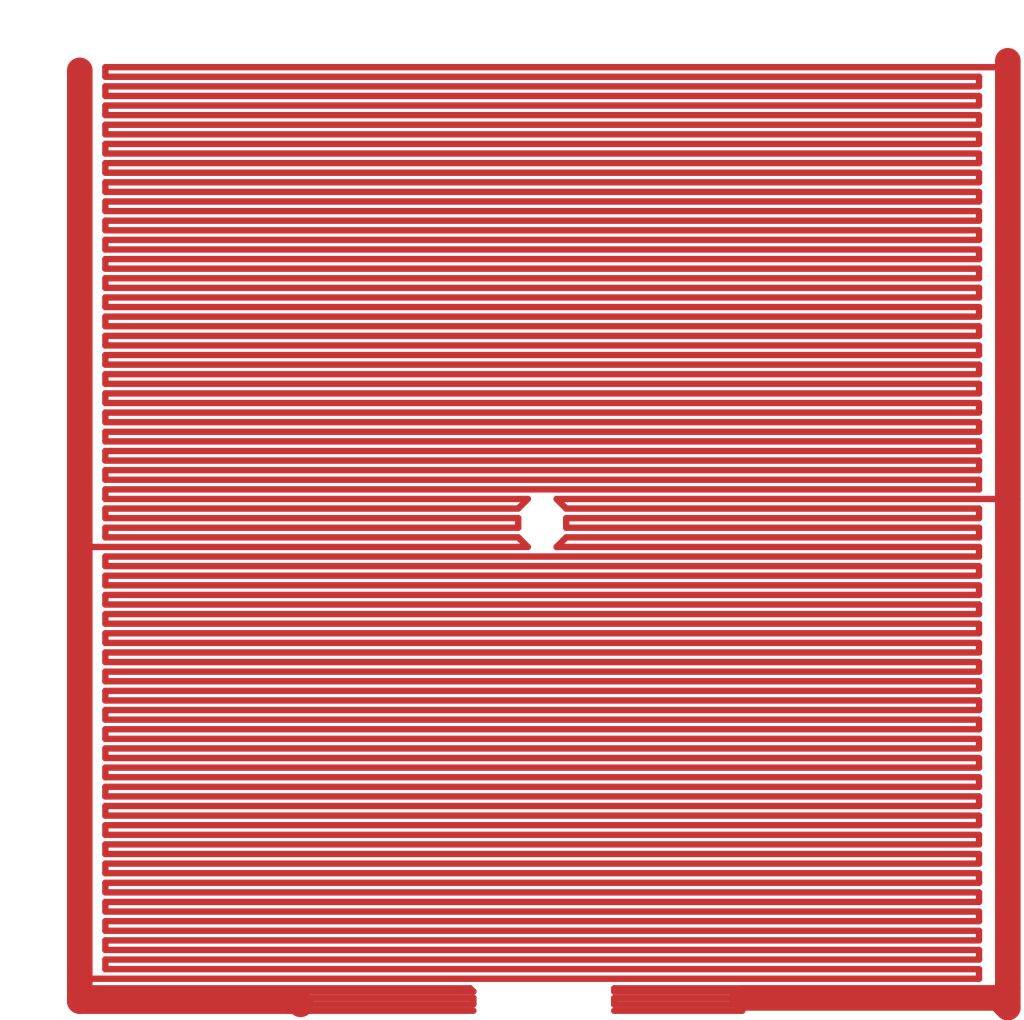
<source format=kicad_pcb>
(kicad_pcb (version 20171130) (host pcbnew 5.1.6-c6e7f7d~87~ubuntu18.04.1)

  (general
    (thickness 1.6)
    (drawings 2)
    (tracks 236)
    (zones 0)
    (modules 0)
    (nets 1)
  )

  (page A4)
  (layers
    (0 F.Cu signal)
    (31 B.Cu signal)
    (32 B.Adhes user)
    (33 F.Adhes user)
    (34 B.Paste user)
    (35 F.Paste user)
    (36 B.SilkS user)
    (37 F.SilkS user)
    (38 B.Mask user)
    (39 F.Mask user)
    (40 Dwgs.User user)
    (41 Cmts.User user)
    (42 Eco1.User user)
    (43 Eco2.User user)
    (44 Edge.Cuts user)
    (45 Margin user)
    (46 B.CrtYd user)
    (47 F.CrtYd user)
    (48 B.Fab user)
    (49 F.Fab user)
  )

  (setup
    (last_trace_width 4)
    (user_trace_width 0.5)
    (user_trace_width 0.75)
    (user_trace_width 1)
    (user_trace_width 4)
    (trace_clearance 0.2)
    (zone_clearance 0.508)
    (zone_45_only no)
    (trace_min 0.2)
    (via_size 0.8)
    (via_drill 0.4)
    (via_min_size 0.4)
    (via_min_drill 0.3)
    (uvia_size 0.3)
    (uvia_drill 0.1)
    (uvias_allowed no)
    (uvia_min_size 0.2)
    (uvia_min_drill 0.1)
    (edge_width 0.05)
    (segment_width 0.2)
    (pcb_text_width 0.3)
    (pcb_text_size 1.5 1.5)
    (mod_edge_width 0.12)
    (mod_text_size 1 1)
    (mod_text_width 0.15)
    (pad_size 1.524 1.524)
    (pad_drill 0.762)
    (pad_to_mask_clearance 0.05)
    (aux_axis_origin 0 0)
    (visible_elements FFFFFF7F)
    (pcbplotparams
      (layerselection 0x010fc_ffffffff)
      (usegerberextensions false)
      (usegerberattributes true)
      (usegerberadvancedattributes true)
      (creategerberjobfile true)
      (excludeedgelayer true)
      (linewidth 0.100000)
      (plotframeref false)
      (viasonmask false)
      (mode 1)
      (useauxorigin false)
      (hpglpennumber 1)
      (hpglpenspeed 20)
      (hpglpendiameter 15.000000)
      (psnegative false)
      (psa4output false)
      (plotreference true)
      (plotvalue true)
      (plotinvisibletext false)
      (padsonsilk false)
      (subtractmaskfromsilk false)
      (outputformat 1)
      (mirror false)
      (drillshape 1)
      (scaleselection 1)
      (outputdirectory ""))
  )

  (net 0 "")

  (net_class Default "This is the default net class."
    (clearance 0.2)
    (trace_width 0.25)
    (via_dia 0.8)
    (via_drill 0.4)
    (uvia_dia 0.3)
    (uvia_drill 0.1)
  )

  (dimension 150 (width 0.1) (layer Dwgs.User)
    (gr_text "150,000 mm" (at 18.75 100 270) (layer Dwgs.User)
      (effects (font (size 1 1) (thickness 0.15)))
    )
    (feature1 (pts (xy 25 175) (xy 19.413579 175)))
    (feature2 (pts (xy 25 25) (xy 19.413579 25)))
    (crossbar (pts (xy 20 25) (xy 20 175)))
    (arrow1a (pts (xy 20 175) (xy 19.413579 173.873496)))
    (arrow1b (pts (xy 20 175) (xy 20.586421 173.873496)))
    (arrow2a (pts (xy 20 25) (xy 19.413579 26.126504)))
    (arrow2b (pts (xy 20 25) (xy 20.586421 26.126504)))
  )
  (dimension 150 (width 0.1) (layer Dwgs.User)
    (gr_text "150,000 mm" (at 100 18.75) (layer Dwgs.User)
      (effects (font (size 1 1) (thickness 0.15)))
    )
    (feature1 (pts (xy 175 25) (xy 175 19.413579)))
    (feature2 (pts (xy 25 25) (xy 25 19.413579)))
    (crossbar (pts (xy 25 20) (xy 175 20)))
    (arrow1a (pts (xy 175 20) (xy 173.873496 20.586421)))
    (arrow1b (pts (xy 175 20) (xy 173.873496 19.413579)))
    (arrow2a (pts (xy 25 20) (xy 26.126504 20.586421)))
    (arrow2b (pts (xy 25 20) (xy 26.126504 19.413579)))
  )

  (segment (start 27.5 170) (end 27.5 172.5) (width 4) (layer F.Cu) (net 0))
  (segment (start 27.5 104.5) (end 27.5 170) (width 4) (layer F.Cu) (net 0))
  (segment (start 27.5 104.5) (end 27.5 29) (width 4) (layer F.Cu) (net 0))
  (segment (start 172.5 96) (end 172.5 172.5) (width 4) (layer F.Cu) (net 0))
  (segment (start 172.5 27.5) (end 172.5 96) (width 4) (layer F.Cu) (net 0))
  (segment (start 28.5 171) (end 27.5 170) (width 1) (layer F.Cu) (net 0))
  (segment (start 168 171) (end 28.5 171) (width 1) (layer F.Cu) (net 0))
  (segment (start 168 169.5) (end 168 171) (width 1) (layer F.Cu) (net 0))
  (segment (start 31.5 169.5) (end 168 169.5) (width 1) (layer F.Cu) (net 0))
  (segment (start 31.5 168) (end 31.5 169.5) (width 1) (layer F.Cu) (net 0))
  (segment (start 168 166.5) (end 168 168) (width 1) (layer F.Cu) (net 0))
  (segment (start 31.5 165) (end 31.5 166.5) (width 1) (layer F.Cu) (net 0))
  (segment (start 168 165) (end 31.5 165) (width 1) (layer F.Cu) (net 0))
  (segment (start 168 160.5) (end 168 162) (width 1) (layer F.Cu) (net 0))
  (segment (start 31.5 160.5) (end 168 160.5) (width 1) (layer F.Cu) (net 0))
  (segment (start 168 159) (end 31.5 159) (width 1) (layer F.Cu) (net 0))
  (segment (start 168 156) (end 31.5 156) (width 1) (layer F.Cu) (net 0))
  (segment (start 31.5 157.5) (end 168 157.5) (width 1) (layer F.Cu) (net 0))
  (segment (start 168 154.5) (end 168 156) (width 1) (layer F.Cu) (net 0))
  (segment (start 31.5 154.5) (end 168 154.5) (width 1) (layer F.Cu) (net 0))
  (segment (start 168 121.5) (end 168 123) (width 1) (layer F.Cu) (net 0))
  (segment (start 31.5 121.5) (end 168 121.5) (width 1) (layer F.Cu) (net 0))
  (segment (start 172.5 96) (end 102 96) (width 1) (layer F.Cu) (net 0))
  (segment (start 168 118.5) (end 168 120) (width 1) (layer F.Cu) (net 0))
  (segment (start 31.5 118.5) (end 168 118.5) (width 1) (layer F.Cu) (net 0))
  (segment (start 168 114) (end 31.5 114) (width 1) (layer F.Cu) (net 0))
  (segment (start 168 117) (end 31.5 117) (width 1) (layer F.Cu) (net 0))
  (segment (start 31.5 111) (end 31.5 112.5) (width 1) (layer F.Cu) (net 0))
  (segment (start 168 111) (end 31.5 111) (width 1) (layer F.Cu) (net 0))
  (segment (start 31.5 153) (end 31.5 154.5) (width 1) (layer F.Cu) (net 0))
  (segment (start 168 109.5) (end 168 111) (width 1) (layer F.Cu) (net 0))
  (segment (start 31.5 135) (end 31.5 136.5) (width 1) (layer F.Cu) (net 0))
  (segment (start 31.5 109.5) (end 168 109.5) (width 1) (layer F.Cu) (net 0))
  (segment (start 31.5 108) (end 31.5 109.5) (width 1) (layer F.Cu) (net 0))
  (segment (start 168 108) (end 31.5 108) (width 1) (layer F.Cu) (net 0))
  (segment (start 103.5 99) (end 103.5 100.5) (width 1) (layer F.Cu) (net 0))
  (segment (start 168 100.5) (end 168 102) (width 1) (layer F.Cu) (net 0))
  (segment (start 168 141) (end 31.5 141) (width 1) (layer F.Cu) (net 0))
  (segment (start 31.5 133.5) (end 168 133.5) (width 1) (layer F.Cu) (net 0))
  (segment (start 31.5 144) (end 31.5 145.5) (width 1) (layer F.Cu) (net 0))
  (segment (start 168 153) (end 31.5 153) (width 1) (layer F.Cu) (net 0))
  (segment (start 102 103.5) (end 168 103.5) (width 1) (layer F.Cu) (net 0))
  (segment (start 31.5 115.5) (end 168 115.5) (width 1) (layer F.Cu) (net 0))
  (segment (start 168 144) (end 31.5 144) (width 1) (layer F.Cu) (net 0))
  (segment (start 168 102) (end 103.5 102) (width 1) (layer F.Cu) (net 0))
  (segment (start 168 97.5) (end 168 99) (width 1) (layer F.Cu) (net 0))
  (segment (start 168 142.5) (end 168 144) (width 1) (layer F.Cu) (net 0))
  (segment (start 103.5 97.5) (end 168 97.5) (width 1) (layer F.Cu) (net 0))
  (segment (start 168 106.5) (end 168 108) (width 1) (layer F.Cu) (net 0))
  (segment (start 31.5 105) (end 31.5 106.5) (width 1) (layer F.Cu) (net 0))
  (segment (start 168 123) (end 31.5 123) (width 1) (layer F.Cu) (net 0))
  (segment (start 168 112.5) (end 168 114) (width 1) (layer F.Cu) (net 0))
  (segment (start 31.5 163.5) (end 168 163.5) (width 1) (layer F.Cu) (net 0))
  (segment (start 31.5 159) (end 31.5 160.5) (width 1) (layer F.Cu) (net 0))
  (segment (start 102 96) (end 103.5 97.5) (width 1) (layer F.Cu) (net 0))
  (segment (start 168 151.5) (end 168 153) (width 1) (layer F.Cu) (net 0))
  (segment (start 31.5 117) (end 31.5 118.5) (width 1) (layer F.Cu) (net 0))
  (segment (start 168 135) (end 31.5 135) (width 1) (layer F.Cu) (net 0))
  (segment (start 31.5 139.5) (end 168 139.5) (width 1) (layer F.Cu) (net 0))
  (segment (start 103.5 102) (end 102 103.5) (width 1) (layer F.Cu) (net 0))
  (segment (start 31.5 114) (end 31.5 115.5) (width 1) (layer F.Cu) (net 0))
  (segment (start 103.5 100.5) (end 168 100.5) (width 1) (layer F.Cu) (net 0))
  (segment (start 168 103.5) (end 168 105) (width 1) (layer F.Cu) (net 0))
  (segment (start 31.5 112.5) (end 168 112.5) (width 1) (layer F.Cu) (net 0))
  (segment (start 168 163.5) (end 168 165) (width 1) (layer F.Cu) (net 0))
  (segment (start 31.5 145.5) (end 168 145.5) (width 1) (layer F.Cu) (net 0))
  (segment (start 31.5 106.5) (end 168 106.5) (width 1) (layer F.Cu) (net 0))
  (segment (start 31.5 162) (end 31.5 163.5) (width 1) (layer F.Cu) (net 0))
  (segment (start 168 99) (end 103.5 99) (width 1) (layer F.Cu) (net 0))
  (segment (start 168 105) (end 31.5 105) (width 1) (layer F.Cu) (net 0))
  (segment (start 31.5 166.5) (end 168 166.5) (width 1) (layer F.Cu) (net 0))
  (segment (start 31.5 123) (end 31.5 124.5) (width 1) (layer F.Cu) (net 0))
  (segment (start 31.5 124.5) (end 168 124.5) (width 1) (layer F.Cu) (net 0))
  (segment (start 168 115.5) (end 168 117) (width 1) (layer F.Cu) (net 0))
  (segment (start 168 124.5) (end 168 126) (width 1) (layer F.Cu) (net 0))
  (segment (start 168 126) (end 31.5 126) (width 1) (layer F.Cu) (net 0))
  (segment (start 168 138) (end 31.5 138) (width 1) (layer F.Cu) (net 0))
  (segment (start 168 168) (end 31.5 168) (width 1) (layer F.Cu) (net 0))
  (segment (start 168 157.5) (end 168 159) (width 1) (layer F.Cu) (net 0))
  (segment (start 31.5 126) (end 31.5 127.5) (width 1) (layer F.Cu) (net 0))
  (segment (start 31.5 127.5) (end 168 127.5) (width 1) (layer F.Cu) (net 0))
  (segment (start 168 120) (end 31.5 120) (width 1) (layer F.Cu) (net 0))
  (segment (start 168 139.5) (end 168 141) (width 1) (layer F.Cu) (net 0))
  (segment (start 168 162) (end 31.5 162) (width 1) (layer F.Cu) (net 0))
  (segment (start 168 129) (end 31.5 129) (width 1) (layer F.Cu) (net 0))
  (segment (start 31.5 130.5) (end 168 130.5) (width 1) (layer F.Cu) (net 0))
  (segment (start 168 130.5) (end 168 132) (width 1) (layer F.Cu) (net 0))
  (segment (start 31.5 142.5) (end 168 142.5) (width 1) (layer F.Cu) (net 0))
  (segment (start 168 132) (end 31.5 132) (width 1) (layer F.Cu) (net 0))
  (segment (start 168 127.5) (end 168 129) (width 1) (layer F.Cu) (net 0))
  (segment (start 31.5 132) (end 31.5 133.5) (width 1) (layer F.Cu) (net 0))
  (segment (start 31.5 136.5) (end 168 136.5) (width 1) (layer F.Cu) (net 0))
  (segment (start 168 136.5) (end 168 138) (width 1) (layer F.Cu) (net 0))
  (segment (start 31.5 129) (end 31.5 130.5) (width 1) (layer F.Cu) (net 0))
  (segment (start 31.5 138) (end 31.5 139.5) (width 1) (layer F.Cu) (net 0))
  (segment (start 168 133.5) (end 168 135) (width 1) (layer F.Cu) (net 0))
  (segment (start 31.5 141) (end 31.5 142.5) (width 1) (layer F.Cu) (net 0))
  (segment (start 31.5 150) (end 31.5 151.5) (width 1) (layer F.Cu) (net 0))
  (segment (start 31.5 120) (end 31.5 121.5) (width 1) (layer F.Cu) (net 0))
  (segment (start 168 145.5) (end 168 147) (width 1) (layer F.Cu) (net 0))
  (segment (start 31.5 147) (end 31.5 148.5) (width 1) (layer F.Cu) (net 0))
  (segment (start 31.5 156) (end 31.5 157.5) (width 1) (layer F.Cu) (net 0))
  (segment (start 31.5 151.5) (end 168 151.5) (width 1) (layer F.Cu) (net 0))
  (segment (start 168 147) (end 31.5 147) (width 1) (layer F.Cu) (net 0))
  (segment (start 31.5 148.5) (end 168 148.5) (width 1) (layer F.Cu) (net 0))
  (segment (start 168 148.5) (end 168 150) (width 1) (layer F.Cu) (net 0))
  (segment (start 168 150) (end 31.5 150) (width 1) (layer F.Cu) (net 0))
  (segment (start 31.5 102) (end 96 102) (width 1) (layer F.Cu) (net 0))
  (segment (start 96 100.5) (end 31.5 100.5) (width 1) (layer F.Cu) (net 0))
  (segment (start 31.5 99) (end 96 99) (width 1) (layer F.Cu) (net 0))
  (segment (start 96 97.5) (end 31.5 97.5) (width 1) (layer F.Cu) (net 0))
  (segment (start 31.5 94.5) (end 31.5 96) (width 1) (layer F.Cu) (net 0))
  (segment (start 168 94.5) (end 31.5 94.5) (width 1) (layer F.Cu) (net 0))
  (segment (start 31.5 93) (end 168 93) (width 1) (layer F.Cu) (net 0))
  (segment (start 31.5 91.5) (end 31.5 93) (width 1) (layer F.Cu) (net 0))
  (segment (start 168 91.5) (end 31.5 91.5) (width 1) (layer F.Cu) (net 0))
  (segment (start 168 90) (end 168 91.5) (width 1) (layer F.Cu) (net 0))
  (segment (start 31.5 85.5) (end 31.5 87) (width 1) (layer F.Cu) (net 0))
  (segment (start 168 52.5) (end 31.5 52.5) (width 1) (layer F.Cu) (net 0))
  (segment (start 168 51) (end 168 52.5) (width 1) (layer F.Cu) (net 0))
  (segment (start 31.5 46.5) (end 31.5 48) (width 1) (layer F.Cu) (net 0))
  (segment (start 168 45) (end 168 46.5) (width 1) (layer F.Cu) (net 0))
  (segment (start 96 102) (end 97.5 103.5) (width 1) (layer F.Cu) (net 0))
  (segment (start 31.5 31.5) (end 31.5 33) (width 1) (layer F.Cu) (net 0))
  (segment (start 31.5 45) (end 168 45) (width 1) (layer F.Cu) (net 0))
  (segment (start 31.5 42) (end 168 42) (width 1) (layer F.Cu) (net 0))
  (segment (start 168 39) (end 168 40.5) (width 1) (layer F.Cu) (net 0))
  (segment (start 31.5 66) (end 168 66) (width 1) (layer F.Cu) (net 0))
  (segment (start 31.5 28.5) (end 31.5 30) (width 1) (layer F.Cu) (net 0))
  (segment (start 168 70.5) (end 31.5 70.5) (width 1) (layer F.Cu) (net 0))
  (segment (start 97.5 103.5) (end 28.5 103.5) (width 1) (layer F.Cu) (net 0))
  (segment (start 168 40.5) (end 31.5 40.5) (width 1) (layer F.Cu) (net 0))
  (segment (start 31.5 51) (end 168 51) (width 1) (layer F.Cu) (net 0))
  (segment (start 31.5 75) (end 168 75) (width 1) (layer F.Cu) (net 0))
  (segment (start 31.5 67.5) (end 31.5 69) (width 1) (layer F.Cu) (net 0))
  (segment (start 168 31.5) (end 31.5 31.5) (width 1) (layer F.Cu) (net 0))
  (segment (start 31.5 49.5) (end 31.5 51) (width 1) (layer F.Cu) (net 0))
  (segment (start 168 69) (end 168 70.5) (width 1) (layer F.Cu) (net 0))
  (segment (start 31.5 100.5) (end 31.5 102) (width 1) (layer F.Cu) (net 0))
  (segment (start 168 81) (end 168 82.5) (width 1) (layer F.Cu) (net 0))
  (segment (start 31.5 34.5) (end 31.5 36) (width 1) (layer F.Cu) (net 0))
  (segment (start 31.5 48) (end 168 48) (width 1) (layer F.Cu) (net 0))
  (segment (start 31.5 96) (end 97.5 96) (width 1) (layer F.Cu) (net 0))
  (segment (start 31.5 87) (end 168 87) (width 1) (layer F.Cu) (net 0))
  (segment (start 31.5 36) (end 168 36) (width 1) (layer F.Cu) (net 0))
  (segment (start 96 99) (end 96 100.5) (width 1) (layer F.Cu) (net 0))
  (segment (start 172.5 27.5) (end 171.5 28.5) (width 1) (layer F.Cu) (net 0))
  (segment (start 31.5 97.5) (end 31.5 99) (width 1) (layer F.Cu) (net 0))
  (segment (start 168 72) (end 168 73.5) (width 1) (layer F.Cu) (net 0))
  (segment (start 28.5 103.5) (end 27.5 104.5) (width 1) (layer F.Cu) (net 0))
  (segment (start 168 36) (end 168 37.5) (width 1) (layer F.Cu) (net 0))
  (segment (start 31.5 54) (end 168 54) (width 1) (layer F.Cu) (net 0))
  (segment (start 31.5 43.5) (end 31.5 45) (width 1) (layer F.Cu) (net 0))
  (segment (start 31.5 30) (end 168 30) (width 1) (layer F.Cu) (net 0))
  (segment (start 168 49.5) (end 31.5 49.5) (width 1) (layer F.Cu) (net 0))
  (segment (start 31.5 76.5) (end 31.5 78) (width 1) (layer F.Cu) (net 0))
  (segment (start 31.5 39) (end 168 39) (width 1) (layer F.Cu) (net 0))
  (segment (start 168 33) (end 168 34.5) (width 1) (layer F.Cu) (net 0))
  (segment (start 31.5 82.5) (end 31.5 84) (width 1) (layer F.Cu) (net 0))
  (segment (start 31.5 90) (end 168 90) (width 1) (layer F.Cu) (net 0))
  (segment (start 168 46.5) (end 31.5 46.5) (width 1) (layer F.Cu) (net 0))
  (segment (start 168 34.5) (end 31.5 34.5) (width 1) (layer F.Cu) (net 0))
  (segment (start 168 37.5) (end 31.5 37.5) (width 1) (layer F.Cu) (net 0))
  (segment (start 31.5 55.5) (end 31.5 57) (width 1) (layer F.Cu) (net 0))
  (segment (start 168 88.5) (end 31.5 88.5) (width 1) (layer F.Cu) (net 0))
  (segment (start 168 48) (end 168 49.5) (width 1) (layer F.Cu) (net 0))
  (segment (start 168 75) (end 168 76.5) (width 1) (layer F.Cu) (net 0))
  (segment (start 31.5 40.5) (end 31.5 42) (width 1) (layer F.Cu) (net 0))
  (segment (start 168 30) (end 168 31.5) (width 1) (layer F.Cu) (net 0))
  (segment (start 31.5 52.5) (end 31.5 54) (width 1) (layer F.Cu) (net 0))
  (segment (start 31.5 37.5) (end 31.5 39) (width 1) (layer F.Cu) (net 0))
  (segment (start 168 58.5) (end 31.5 58.5) (width 1) (layer F.Cu) (net 0))
  (segment (start 168 55.5) (end 31.5 55.5) (width 1) (layer F.Cu) (net 0))
  (segment (start 168 66) (end 168 67.5) (width 1) (layer F.Cu) (net 0))
  (segment (start 168 87) (end 168 88.5) (width 1) (layer F.Cu) (net 0))
  (segment (start 31.5 57) (end 168 57) (width 1) (layer F.Cu) (net 0))
  (segment (start 168 57) (end 168 58.5) (width 1) (layer F.Cu) (net 0))
  (segment (start 31.5 79.5) (end 31.5 81) (width 1) (layer F.Cu) (net 0))
  (segment (start 31.5 58.5) (end 31.5 60) (width 1) (layer F.Cu) (net 0))
  (segment (start 31.5 60) (end 168 60) (width 1) (layer F.Cu) (net 0))
  (segment (start 31.5 84) (end 168 84) (width 1) (layer F.Cu) (net 0))
  (segment (start 168 60) (end 168 61.5) (width 1) (layer F.Cu) (net 0))
  (segment (start 97.5 96) (end 96 97.5) (width 1) (layer F.Cu) (net 0))
  (segment (start 168 76.5) (end 31.5 76.5) (width 1) (layer F.Cu) (net 0))
  (segment (start 168 61.5) (end 31.5 61.5) (width 1) (layer F.Cu) (net 0))
  (segment (start 31.5 61.5) (end 31.5 63) (width 1) (layer F.Cu) (net 0))
  (segment (start 31.5 63) (end 168 63) (width 1) (layer F.Cu) (net 0))
  (segment (start 168 42) (end 168 43.5) (width 1) (layer F.Cu) (net 0))
  (segment (start 168 63) (end 168 64.5) (width 1) (layer F.Cu) (net 0))
  (segment (start 31.5 78) (end 168 78) (width 1) (layer F.Cu) (net 0))
  (segment (start 168 64.5) (end 31.5 64.5) (width 1) (layer F.Cu) (net 0))
  (segment (start 171.5 28.5) (end 31.5 28.5) (width 1) (layer F.Cu) (net 0))
  (segment (start 168 78) (end 168 79.5) (width 1) (layer F.Cu) (net 0))
  (segment (start 31.5 64.5) (end 31.5 66) (width 1) (layer F.Cu) (net 0))
  (segment (start 31.5 33) (end 168 33) (width 1) (layer F.Cu) (net 0))
  (segment (start 31.5 81) (end 168 81) (width 1) (layer F.Cu) (net 0))
  (segment (start 168 43.5) (end 31.5 43.5) (width 1) (layer F.Cu) (net 0))
  (segment (start 168 54) (end 168 55.5) (width 1) (layer F.Cu) (net 0))
  (segment (start 168 67.5) (end 31.5 67.5) (width 1) (layer F.Cu) (net 0))
  (segment (start 31.5 72) (end 168 72) (width 1) (layer F.Cu) (net 0))
  (segment (start 31.5 88.5) (end 31.5 90) (width 1) (layer F.Cu) (net 0))
  (segment (start 31.5 70.5) (end 31.5 72) (width 1) (layer F.Cu) (net 0))
  (segment (start 31.5 69) (end 168 69) (width 1) (layer F.Cu) (net 0))
  (segment (start 168 73.5) (end 31.5 73.5) (width 1) (layer F.Cu) (net 0))
  (segment (start 31.5 73.5) (end 31.5 75) (width 1) (layer F.Cu) (net 0))
  (segment (start 168 93) (end 168 94.5) (width 1) (layer F.Cu) (net 0))
  (segment (start 168 79.5) (end 31.5 79.5) (width 1) (layer F.Cu) (net 0))
  (segment (start 168 82.5) (end 31.5 82.5) (width 1) (layer F.Cu) (net 0))
  (segment (start 168 84) (end 168 85.5) (width 1) (layer F.Cu) (net 0))
  (segment (start 168 85.5) (end 31.5 85.5) (width 1) (layer F.Cu) (net 0))
  (segment (start 27.5 172.5) (end 88.5 172.5) (width 1) (layer F.Cu) (net 0))
  (segment (start 172.5 172.5) (end 111 172.5) (width 1) (layer F.Cu) (net 0))
  (segment (start 111 172.5) (end 111 173) (width 1) (layer F.Cu) (net 0))
  (segment (start 111 173) (end 131 173) (width 1) (layer F.Cu) (net 0))
  (segment (start 131 173) (end 131 174) (width 1) (layer F.Cu) (net 0))
  (segment (start 131 174) (end 111 174) (width 1) (layer F.Cu) (net 0))
  (segment (start 111 174) (end 111 175) (width 1) (layer F.Cu) (net 0))
  (segment (start 111 175) (end 131 175) (width 1) (layer F.Cu) (net 0))
  (segment (start 131 175) (end 131 176) (width 1) (layer F.Cu) (net 0))
  (segment (start 131 176) (end 111 176) (width 1) (layer F.Cu) (net 0))
  (segment (start 172.5 172.5) (end 172.5 175.5) (width 4) (layer F.Cu) (net 0))
  (segment (start 172.5 175.5) (end 171 174) (width 4) (layer F.Cu) (net 0))
  (segment (start 171 174) (end 131 174) (width 4) (layer F.Cu) (net 0))
  (segment (start 27.5 172.5) (end 27.5 174.5) (width 4) (layer F.Cu) (net 0))
  (segment (start 27.5 174.5) (end 28 174) (width 4) (layer F.Cu) (net 0))
  (segment (start 88.5 172.5) (end 89 173) (width 1) (layer F.Cu) (net 0))
  (segment (start 89 173) (end 60 173) (width 1) (layer F.Cu) (net 0))
  (segment (start 60 173) (end 60 174) (width 1) (layer F.Cu) (net 0))
  (segment (start 60 174) (end 89 174) (width 1) (layer F.Cu) (net 0))
  (segment (start 89 174) (end 89 175) (width 1) (layer F.Cu) (net 0))
  (segment (start 60 175) (end 60 176) (width 1) (layer F.Cu) (net 0))
  (segment (start 60 176) (end 89 176) (width 1) (layer F.Cu) (net 0))
  (segment (start 61.5 174.5) (end 62 175) (width 4) (layer F.Cu) (net 0))
  (segment (start 27.5 174.5) (end 61.5 174.5) (width 4) (layer F.Cu) (net 0))
  (segment (start 89 175) (end 62 175) (width 1) (layer F.Cu) (net 0))
  (segment (start 62 175) (end 60 175) (width 1) (layer F.Cu) (net 0))

)

</source>
